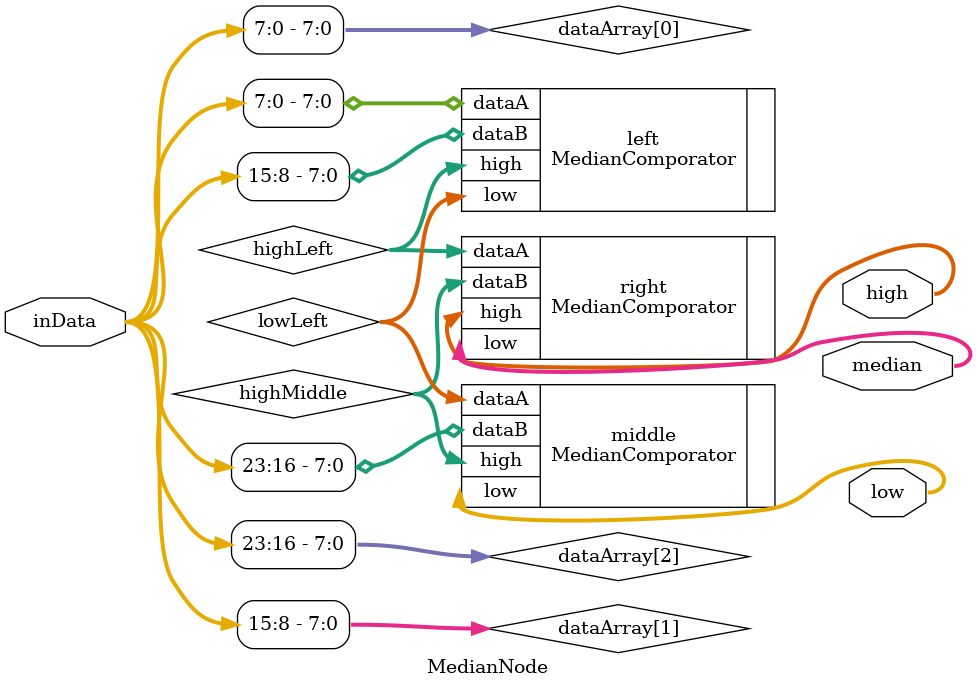
<source format=v>
module MedianNode #(
    parameter DATA_WIDTH = 8,
    parameter DATA_SIZE = 3
)(
    input [(DATA_WIDTH*DATA_SIZE)-1:0] inData,

    output [DATA_WIDTH-1:0] high,
    output [DATA_WIDTH-1:0] median,
    output [DATA_WIDTH-1:0] low
);
    wire [DATA_WIDTH-1:0] highLeft;
    wire [DATA_WIDTH-1:0] highMiddle;
    wire [DATA_WIDTH-1:0] lowLeft;
    
    wire [DATA_WIDTH-1:0] dataArray [0:2];
    genvar i;
    generate 
        for (i = 0; i < DATA_SIZE; i= i+1) begin : arrayAssign
            assign dataArray[i] = inData[DATA_WIDTH*(i + 1) - 1:DATA_WIDTH*i];
        end
    endgenerate
    
    MedianComporator #(.DATA_WIDTH(DATA_WIDTH)) left (
        .dataA(dataArray[0]),
        .dataB(dataArray[1]),
        
        .high(highLeft),
        .low(lowLeft)
    );

    MedianComporator #(.DATA_WIDTH(DATA_WIDTH)) middle (
        .dataA(lowLeft),
        .dataB(dataArray[2]),

        .high(highMiddle),
        .low(low)
    );

    MedianComporator #(.DATA_WIDTH(DATA_WIDTH)) right (
        .dataA(highLeft),
        .dataB(highMiddle),

        .high(high),
        .low(median)
    );
                         
endmodule
</source>
